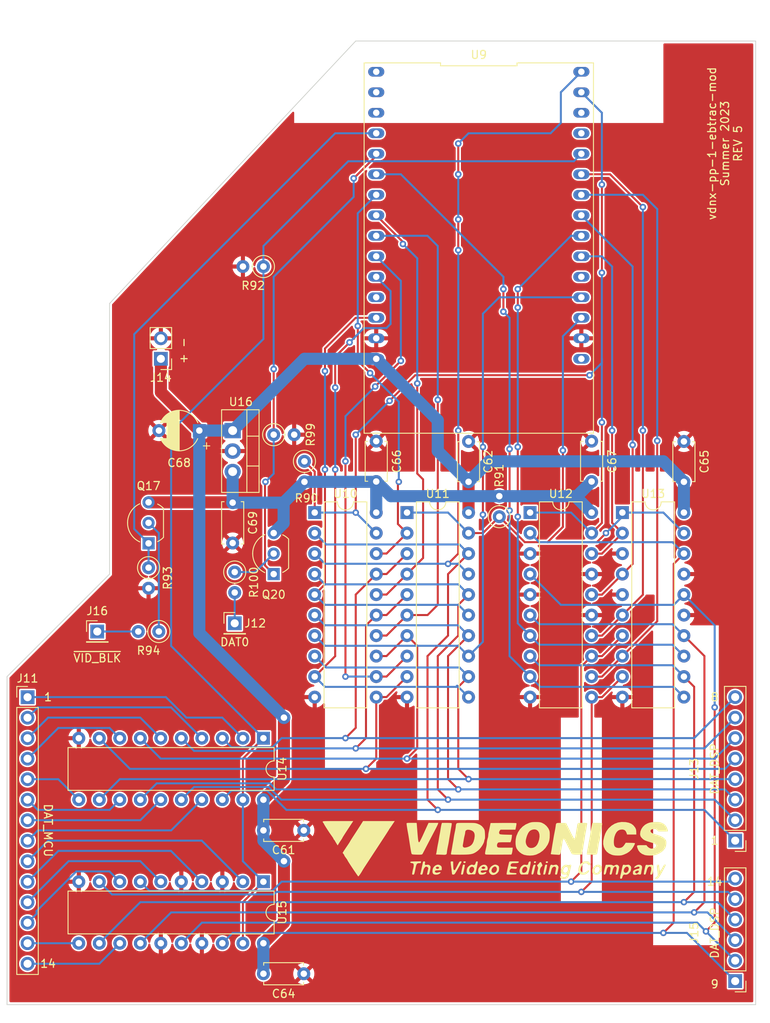
<source format=kicad_pcb>
(kicad_pcb (version 20211014) (generator pcbnew)
  (title_block (rev "5"))
  (layers (0 "F.Cu" signal) (31 "B.Cu" signal) (34 "B.Paste" user) (35 "F.Paste" user) (36 "B.SilkS" user "B.Silkscreen") (37 "F.SilkS" user "F.Silkscreen") (38 "B.Mask" user) (39 "F.Mask" user) (44 "Edge.Cuts" user))
  (net 0 "")
  (net 1 "GND")
  (net 2 "+5V")
  (net 4 "/ESP32/~{VID_BLK}")
  (net 5 "/ESP32/DAT_ESP0")
  (net 6 "/ESP32/DAT_ESP13")
  (net 7 "/ESP32/DAT_ESP1")
  (net 8 "/ESP32/DAT_ESP2")
  (net 9 "/ESP32/DAT_ESP3")
  (net 10 "/ESP32/DAT_ESP4")
  (net 11 "/ESP32/DAT_ESP5")
  (net 12 "/ESP32/DAT_ESP6")
  (net 13 "/ESP32/DAT_ESP7")
  (net 14 "/ESP32/DAT_ESP10")
  (net 15 "/ESP32/DAT_ESP9")
  (net 16 "/ESP32/DAT_ESP14")
  (net 17 "/ESP32/DAT_ESP12")
  (net 18 "/ESP32/DAT_ESP11")
  (net 19 "/ESP32/~{BUF_OE}")
  (net 20 "/ESP32/DAT_ESP8")
  (net 21 "+3.3V")
  (net 22 "Net-(Q20-Pad2)")
  (net 25 "/DAT Bus Buffer/DAT_DSP8")
  (net 26 "/DAT Bus Buffer/DAT_DSP7")
  (net 27 "/DAT Bus Buffer/DAT_DSP6")
  (net 28 "/DAT Bus Buffer/DAT_DSP5")
  (net 29 "/DAT Bus Buffer/DAT_DSP4")
  (net 30 "/DAT Bus Buffer/DAT_DSP3")
  (net 31 "/DAT Bus Buffer/DAT_DSP2")
  (net 32 "/DAT Bus Buffer/DAT_DSP1")
  (net 33 "/ESP32/DAT_DSP0")
  (net 34 "/DAT Bus Buffer/DAT_DSP14")
  (net 35 "/DAT Bus Buffer/DAT_DSP13")
  (net 36 "/DAT Bus Buffer/DAT_DSP12")
  (net 37 "/DAT Bus Buffer/DAT_DSP11")
  (net 38 "/DAT Bus Buffer/DAT_DSP10")
  (net 39 "/DAT Bus Buffer/DAT_DSP9")
  (net 40 "/DAT Bus Buffer/DAT_MCU1")
  (net 41 "/DAT Bus Buffer/DAT_MCU2")
  (net 42 "/DAT Bus Buffer/DAT_MCU3")
  (net 43 "/DAT Bus Buffer/DAT_MCU4")
  (net 44 "/DAT Bus Buffer/DAT_MCU5")
  (net 45 "/DAT Bus Buffer/DAT_MCU6")
  (net 46 "/DAT Bus Buffer/DAT_MCU7")
  (net 47 "/DAT Bus Buffer/DAT_MCU8")
  (net 48 "/DAT Bus Buffer/DAT_MCU9")
  (net 49 "/DAT Bus Buffer/DAT_MCU10")
  (net 50 "/DAT Bus Buffer/DAT_MCU11")
  (net 51 "/DAT Bus Buffer/DAT_MCU12")
  (net 52 "/DAT Bus Buffer/DAT_MCU13")
  (net 53 "/DAT Bus Buffer/DAT_MCU14")
  (net 58 "/ESP32/~{LISTEN}")
  (net 59 "/ESP32/~{HIJACK}")
  (net 61 "/ESP32/ESP_VID_BLK")
  (net 62 "Net-(Q17-Pad2)")
  (footprint "Resistor_THT:R_Axial_DIN0207_L6.3mm_D2.5mm_P2.54mm_Vertical" (layer "F.Cu") (at 74.676 131.289 -90)
    (fp_text reference "R93")
    (fp_text value "10k")
  )
  (footprint "Capacitor_THT:C_Disc_D4.7mm_W2.5mm_P5.00mm" (layer "F.Cu") (at 102.87 120.61 90)
    (fp_text reference "C66")
    (fp_text value "100nF")
  )
  (footprint "Capacitor_THT:C_Disc_D4.7mm_W2.5mm_P5.00mm" (layer "F.Cu") (at 129.54 120.61 90)
    (fp_text reference "C67")
    (fp_text value "100nF")
  )
  (footprint "videonics processor plus - Copy:DIP-30_1000_ELL" (layer "F.Cu") (at 115.57 87.63 -90)
    (fp_text reference "U9")
    (fp_text value "BAEASU_ESP32_DevKit_v1")
  )
  (footprint "Resistor_THT:R_Axial_DIN0207_L6.3mm_D2.5mm_P2.54mm_Vertical" (layer "F.Cu") (at 88.9 93.98 180)
    (fp_text reference "R92")
    (fp_text value "10k")
  )
  (footprint "Capacitor_THT:C_Disc_D4.7mm_W2.5mm_P5.00mm" (layer "F.Cu") (at 88.9 181.59)
    (fp_text reference "C64")
    (fp_text value "100nF")
  )
  (footprint "Capacitor_THT:CP_Radial_D8.0mm_P5.00mm" (layer "F.Cu") (at 80.96 114.3 180)
    (fp_text reference "C68")
    (fp_text value "4.7uF")
  )
  (footprint "Resistor_THT:R_Axial_DIN0207_L6.3mm_D2.5mm_P2.54mm_Vertical" (layer "F.Cu") (at 118.11 124.968 90)
    (fp_text reference "R91")
    (fp_text value "10k")
  )
  (footprint "Resistor_THT:R_Axial_DIN0207_L6.3mm_D2.5mm_P2.54mm_Vertical" (layer "F.Cu") (at 75.946 139.192 180)
    (fp_text reference "R94")
    (fp_text value "220k")
  )
  (footprint "Connector_PinHeader_2.54mm:PinHeader_1x01_P2.54mm_Vertical" (layer "F.Cu") (at 68.326 139.192)
    (fp_text reference "J16")
    (fp_text value "~{VID_BLK}")
  )
  (footprint "Capacitor_THT:C_Disc_D4.7mm_W2.5mm_P5.00mm" (layer "F.Cu") (at 140.97 120.65 90)
    (fp_text reference "C65")
    (fp_text value "100nF")
  )
  (footprint "Package_TO_SOT_THT:TO-92_Inline_Wide" (layer "F.Cu") (at 74.676 128.27 90)
    (fp_text reference "Q17")
    (fp_text value "2N3904")
  )
  (footprint "Connector_PinHeader_2.54mm:PinHeader_1x01_P2.54mm_Vertical" (layer "F.Cu") (at 85.344 138.176)
    (fp_text reference "J12")
    (fp_text value "DAT0")
  )
  (footprint "Package_TO_SOT_THT:TO-92_Inline_Wide" (layer "F.Cu") (at 90.17 132.08 90)
    (fp_text reference "Q20")
    (fp_text value "2N3904")
  )
  (footprint "Capacitor_THT:C_Disc_D5.0mm_W2.5mm_P5.00mm" (layer "F.Cu") (at 85.09 123.23 -90)
    (fp_text reference "C69")
    (fp_text value "1uF")
  )
  (footprint "Resistor_THT:R_Axial_DIN0207_L6.3mm_D2.5mm_P2.54mm_Vertical" (layer "F.Cu") (at 85.344 131.826 -90)
    (fp_text reference "R100")
    (fp_text value "220k")
  )
  (footprint "LOGO" (layer "F.Cu") (at 117.987003 166.105576)
    (fp_text reference "G***" hide)
    (fp_text value "LOGO" hide)
  )
  (footprint "Connector_PinHeader_2.54mm:PinHeader_1x06_P2.54mm_Vertical" (layer "F.Cu") (at 147.32 182.5025 180)
    (fp_text reference "J15")
    (fp_text value "DAT_DSP_9..14")
  )
  (footprint "Package_DIP:DIP-20_W7.62mm" (layer "F.Cu") (at 121.92 124.46)
    (fp_text reference "U12")
    (fp_text value "74LS244")
  )
  (footprint "Capacitor_THT:C_Disc_D4.7mm_W2.5mm_P5.00mm" (layer "F.Cu") (at 88.9 163.83)
    (fp_text reference "C61")
    (fp_text value "100nF")
  )
  (footprint "Resistor_THT:R_Axial_DIN0207_L6.3mm_D2.5mm_P2.54mm_Vertical" (layer "F.Cu") (at 90.17 114.808)
    (fp_text reference "R99")
    (fp_text value "10k")
  )
  (footprint "Package_TO_SOT_THT:TO-220-3_Vertical" (layer "F.Cu") (at 85.09 114.3 -90)
    (fp_text reference "U16")
    (fp_text value "MCP1826S-3302E/AB")
  )
  (footprint "Package_DIP:DIP-20_W7.62mm" (layer "F.Cu") (at 88.895 170.19 -90)
    (fp_text reference "U15")
    (fp_text value "74LS244")
  )
  (footprint "Package_DIP:DIP-20_W7.62mm" (layer "F.Cu") (at 133.35 124.46)
    (fp_text reference "U13")
    (fp_text value "74LS244")
  )
  (footprint "Package_DIP:DIP-20_W7.62mm" (layer "F.Cu") (at 106.68 124.46)
    (fp_text reference "U11")
    (fp_text value "74LS244")
  )
  (footprint "Package_DIP:DIP-20_W7.62mm" (layer "F.Cu") (at 95.25 124.46)
    (fp_text reference "U10")
    (fp_text value "74LS244")
  )
  (footprint "Package_DIP:DIP-20_W7.62mm" (layer "F.Cu") (at 88.895 152.41 -90)
    (fp_text reference "U14")
    (fp_text value "74LS244")
  )
  (footprint "Connector_PinHeader_2.54mm:PinHeader_1x14_P2.54mm_Vertical" (layer "F.Cu") (at 59.69 147.33)
    (fp_text reference "J11")
    (fp_text value "DAT_MCU")
  )
  (footprint "Connector_PinHeader_2.54mm:PinHeader_1x02_P2.54mm_Vertical" (layer "F.Cu") (at 76.2 105.41 180)
    (fp_text reference "J14")
    (fp_text value "+ -")
  )
  (footprint "Resistor_THT:R_Axial_DIN0207_L6.3mm_D2.5mm_P2.54mm_Vertical" (layer "F.Cu") (at 93.98 118.11 -90)
    (fp_text reference "R90")
    (fp_text value "10k")
  )
  (footprint "Connector_PinHeader_2.54mm:PinHeader_1x08_P2.54mm_Vertical" (layer "F.Cu") (at 147.32 165.1 180)
    (fp_text reference "J13")
    (fp_text value "DAT_DSP_1..8")
  )
  (footprint "Capacitor_THT:C_Disc_D4.7mm_W2.5mm_P5.00mm" (layer "F.Cu") (at 114.3 120.65 90)
    (fp_text reference "C62")
    (fp_text value "100nF")
  )
  (gr_line (start 69.85 98.552) (end 100.33 66.04) (layer "Edge.Cuts") (width 0.1))
  (gr_line (start 100.33 66.04) (end 149.86 66.04) (layer "Edge.Cuts") (width 0.1))
  (gr_line (start 57.15 185.42) (end 57.15 144.78) (layer "Edge.Cuts") (width 0.1))
  (gr_line (start 149.86 66.04) (end 149.86 185.42) (layer "Edge.Cuts") (width 0.1))
  (gr_line (start 57.15 144.78) (end 69.85 132.08) (layer "Edge.Cuts") (width 0.1))
  (gr_line (start 69.85 132.08) (end 69.85 98.552) (layer "Edge.Cuts") (width 0.1))
  (gr_line (start 149.86 185.42) (end 57.15 185.42) (layer "Edge.Cuts") (width 0.1))
  (gr_text "vdnx-pp-1-ebtrac-mod\nSummer 2023\nREV ${REVISION}" (at 146.05 78.74 90) (layer "F.SilkS") (effects (font (size 1 1))))
  (gr_text "DAT_DSP" (at 144.78 156.21 90) (layer "F.SilkS") (effects (font (size 1 1))))
  (gr_text "DAT_DSP" (at 144.78 176.53 90) (layer "F.SilkS") (effects (font (size 1 1))))
  (gr_text "1" (at 144.78 165.1) (layer "F.SilkS") (effects (font (size 1 1))))
  (gr_text "1" (at 62.23 147.32) (layer "F.SilkS") (effects (font (size 1 1))))
  (gr_text "14" (at 62.23 180.34) (layer "F.SilkS") (effects (font (size 1 1))))
  (gr_text "DAT_MCU" (at 62.23 163.83 270) (layer "F.SilkS") (effects (font (size 1 1))))
  (gr_text "9" (at 144.78 182.88) (layer "F.SilkS") (effects (font (size 1 1))))
  (gr_text "14" (at 144.78 170.18) (layer "F.SilkS") (effects (font (size 1 1))))
  (gr_text "8" (at 144.78 147.32) (layer "F.SilkS") (effects (font (size 1 1))))
  (segment (start 91.44 175.265) (end 88.895 177.81) (width 1.5) (layer "F.Cu") (net 2))
  (segment (start 91.44 167.64) (end 91.44 175.265) (width 1.5) (layer "F.Cu") (net 2))
  (segment (start 114.3 120.65) (end 114.3 124.46) (width 1.5) (layer "F.Cu") (net 2))
  (segment (start 91.44 149.86) (end 91.44 157.485) (width 1.5) (layer "F.Cu") (net 2))
  (segment (start 76.2 105.41) (end 76.2 109.54) (width 1.5) (layer "F.Cu") (net 2))
  (segment (start 76.2 109.54) (end 80.96 114.3) (width 1.5) (layer "F.Cu") (net 2))
  (segment (start 91.44 157.485) (end 88.895 160.03) (width 1.5) (layer "F.Cu") (net 2))
  (via (at 91.44 149.86) (size 1.6) (drill 0.8) (layers "F.Cu" "B.Cu") (net 2))
  (via (at 91.44 167.64) (size 1.6) (drill 0.8) (layers "F.Cu" "B.Cu") (net 2))
  (segment (start 80.96 114.3) (end 85.09 114.3) (width 1.5) (layer "B.Cu") (net 2))
  (segment (start 80.96 139.38) (end 80.96 114.3) (width 1.5) (layer "B.Cu") (net 2))
  (segment (start 88.9 165.1) (end 91.44 167.64) (width 1.5) (layer "B.Cu") (net 2))
  (segment (start 116.84 118.11) (end 138.43 118.11) (width 1.5) (layer "B.Cu") (net 2))
  (segment (start 114.3 120.65) (end 116.84 118.11) (width 1.5) (layer "B.Cu") (net 2))
  (segment (start 88.895 160.03) (end 88.895 163.825) (width 1.5) (layer "B.Cu") (net 2))
  (segment (start 102.87 105.41) (end 110.49 113.03) (width 1.5) (layer "B.Cu") (net 2))
  (segment (start 88.895 181.585) (end 88.9 181.59) (width 1.5) (layer "B.Cu") (net 2))
  (segment (start 140.97 120.65) (end 140.97 124.46) (width 1.5) (layer "B.Cu") (net 2))
  (segment (start 110.49 116.84) (end 114.3 120.65) (width 1.5) (layer "B.Cu") (net 2))
  (segment (start 88.9 163.83) (end 88.9 165.1) (width 1.5) (layer "B.Cu") (net 2))
  (segment (start 110.49 113.03) (end 110.49 116.84) (width 1.5) (layer "B.Cu") (net 2))
  (segment (start 91.44 149.86) (end 80.96 139.38) (width 1.5) (layer "B.Cu") (net 2))
  (segment (start 138.43 118.11) (end 140.97 120.65) (width 1.5) (layer "B.Cu") (net 2))
  (segment (start 88.895 177.81) (end 88.895 181.585) (width 1.5) (layer "B.Cu") (net 2))
  (segment (start 85.09 114.3) (end 93.98 105.41) (width 1.5) (layer "B.Cu") (net 2))
  (segment (start 88.895 163.825) (end 88.9 163.83) (width 1.5) (layer "B.Cu") (net 2))
  (segment (start 93.98 105.41) (end 102.87 105.41) (width 1.5) (layer "B.Cu") (net 2))
  (segment (start 73.406 139.192) (end 68.326 139.192) (width 0.25) (layer "B.Cu") (net 4))
  (segment (start 89.095 120.709) (end 89.154 120.65) (width 0.25) (layer "F.Cu") (net 5))
  (segment (start 102.87 80.264) (end 102.87 80.01) (width 0.25) (layer "F.Cu") (net 5))
  (segment (start 90.17 114.808) (end 90.17 106.68) (width 0.25) (layer "F.Cu") (net 5))
  (segment (start 100.076 83.058) (end 102.87 80.264) (width 0.25) (layer "F.Cu") (net 5))
  (segment (start 90.17 132.08) (end 89.095 131.005) (width 0.25) (layer "F.Cu") (net 5))
  (segment (start 89.095 131.005) (end 89.095 120.709) (width 0.25) (layer "F.Cu") (net 5))
  (via (at 89.154 120.65) (size 0.8) (drill 0.4) (layers "F.Cu" "B.Cu") (net 5))
  (via (at 90.17 106.68) (size 0.8) (drill 0.4) (layers "F.Cu" "B.Cu") (net 5))
  (via (at 100.076 83.058) (size 0.8) (drill 0.4) (layers "F.Cu" "B.Cu") (net 5))
  (segment (start 90.17 95.25) (end 100.076 85.344) (width 0.25) (layer "B.Cu") (net 5))
  (segment (start 90.17 119.634) (end 90.17 114.808) (width 0.25) (layer "B.Cu") (net 5))
  (segment (start 100.076 85.344) (end 100.076 83.058) (width 0.25) (layer "B.Cu") (net 5))
  (segment (start 90.17 106.68) (end 90.17 95.25) (width 0.25) (layer "B.Cu") (net 5))
  (segment (start 89.154 120.65) (end 90.17 119.634) (width 0.25) (layer "B.Cu") (net 5))
  (segment (start 119.38 124.206) (end 119.38 116.586) (width 0.25) (layer "F.Cu") (net 6))
  (segment (start 118.618 99.568) (end 118.618 96.774) (width 0.25) (layer "F.Cu") (net 6))
  (via (at 118.618 96.774) (size 0.8) (drill 0.4) (layers "F.Cu" "B.Cu") (net 6))
  (via (at 119.38 116.586) (size 0.8) (drill 0.4) (layers "F.Cu" "B.Cu") (net 6))
  (via (at 119.38 124.206) (size 0.8) (drill 0.4) (layers "F.Cu" "B.Cu") (net 6))
  (via (at 118.618 99.568) (size 0.8) (drill 0.4) (layers "F.Cu" "B.Cu") (net 6))
  (segment (start 119.38 142.24) (end 119.38 124.206) (width 0.25) (layer "B.Cu") (net 6))
  (segment (start 121.92 144.78) (end 119.38 142.24) (width 0.25) (layer "B.Cu") (net 6))
  (segment (start 123.195 146.05) (end 139.705 146.05) (width 0.25) (layer "B.Cu") (net 6))
  (segment (start 118.618 95.25) (end 105.918 82.55) (width 0.25) (layer "B.Cu") (net 6))
  (segment (start 121.93 144.785) (end 123.195 146.05) (width 0.25) (layer "B.Cu") (net 6))
  (segment (start 139.705 146.05) (end 140.98 147.325) (width 0.25) (layer "B.Cu") (net 6))
  (segment (start 105.918 82.55) (end 102.87 82.55) (width 0.25) (layer "B.Cu") (net 6))
  (segment (start 118.618 96.774) (end 118.618 95.25) (width 0.25) (layer "B.Cu") (net 6))
  (segment (start 119.38 116.586) (end 119.38 100.33) (width 0.25) (layer "B.Cu") (net 6))
  (segment (start 119.38 100.33) (end 118.618 99.568) (width 0.25) (layer "B.Cu") (net 6))
  (segment (start 102.112653 107.183347) (end 100.584 105.654694) (width 0.25) (layer "F.Cu") (net 7))
  (segment (start 105.555 125.875) (end 105.555 120.759) (width 0.25) (layer "F.Cu") (net 7))
  (segment (start 102.875 129.535) (end 104.145 129.535) (width 0.25) (layer "F.Cu") (net 7))
  (segment (start 100.584 101.346) (end 100.579701 101.341701) (width 0.25) (layer "F.Cu") (net 7))
  (segment (start 100.584 105.654694) (end 100.584 101.346) (width 0.25) (layer "F.Cu") (net 7))
  (segment (start 106.68 127) (end 105.555 125.875) (width 0.25) (layer "F.Cu") (net 7))
  (segment (start 105.555 120.759) (end 105.664 120.65) (width 0.25) (layer "F.Cu") (net 7))
  (segment (start 104.145 129.535) (end 106.685 126.995) (width 0.25) (layer "F.Cu") (net 7))
  (via (at 105.664 120.65) (size 0.8) (drill 0.4) (layers "F.Cu" "B.Cu") (net 7))
  (via (at 102.112653 107.183347) (size 0.8) (drill 0.4) (layers "F.Cu" "B.Cu") (net 7))
  (via (at 100.579701 101.341701) (size 0.8) (drill 0.4) (layers "F.Cu" "B.Cu") (net 7))
  (segment (start 105.664 110.734695) (end 105.664 120.65) (width 0.25) (layer "B.Cu") (net 7))
  (segment (start 102.112653 107.183347) (end 105.664 110.734695) (width 0.25) (layer "B.Cu") (net 7))
  (segment (start 100.579701 101.341701) (end 100.579701 87.380299) (width 0.25) (layer "B.Cu") (net 7))
  (segment (start 100.579701 87.380299) (end 102.87 85.09) (width 0.25) (layer "B.Cu") (net 7))
  (segment (start 106.172 90.932) (end 102.87 87.63) (width 0.25) (layer "F.Cu") (net 8))
  (segment (start 106.172 91.186) (end 106.172 90.932) (width 0.25) (layer "F.Cu") (net 8))
  (segment (start 102.875 134.615) (end 104.145 134.615) (width 0.25) (layer "F.Cu") (net 8))
  (segment (start 108.675 130.085) (end 108.675 120.349695) (width 0.25) (layer "F.Cu") (net 8))
  (segment (start 107.95 119.624695) (end 107.95 108.458) (width 0.25) (layer "F.Cu") (net 8))
  (segment (start 108.675 120.349695) (end 107.95 119.624695) (width 0.25) (layer "F.Cu") (net 8))
  (segment (start 104.145 134.615) (end 106.685 132.075) (width 0.25) (layer "F.Cu") (net 8))
  (segment (start 106.685 132.075) (end 108.675 130.085) (width 0.25) (layer "F.Cu") (net 8))
  (via (at 106.172 91.186) (size 0.8) (drill 0.4) (layers "F.Cu" "B.Cu") (net 8))
  (via (at 107.95 108.458) (size 0.8) (drill 0.4) (layers "F.Cu" "B.Cu") (net 8))
  (segment (start 107.95 92.964) (end 106.172 91.186) (width 0.25) (layer "B.Cu") (net 8))
  (segment (start 107.95 108.458) (end 107.95 92.964) (width 0.25) (layer "B.Cu") (net 8))
  (segment (start 104.145 139.695) (end 106.685 137.155) (width 0.25) (layer "F.Cu") (net 9))
  (segment (start 106.685 137.155) (end 109.225 137.155) (width 0.25) (layer "F.Cu") (net 9))
  (segment (start 102.875 139.695) (end 104.145 139.695) (width 0.25) (layer "F.Cu") (net 9))
  (segment (start 110.49 135.89) (end 110.49 110.49) (width 0.25) (layer "F.Cu") (net 9))
  (segment (start 109.225 137.155) (end 110.49 135.89) (width 0.25) (layer "F.Cu") (net 9))
  (via (at 110.49 110.49) (size 0.8) (drill 0.4) (layers "F.Cu" "B.Cu") (net 9))
  (segment (start 110.49 110.49) (end 110.49 91.44) (width 0.25) (layer "B.Cu") (net 9))
  (segment (start 109.22 90.17) (end 102.87 90.17) (width 0.25) (layer "B.Cu") (net 9))
  (segment (start 110.49 91.44) (end 109.22 90.17) (width 0.25) (layer "B.Cu") (net 9))
  (segment (start 99.06 144.78) (end 99.06 118.11) (width 0.25) (layer "F.Cu") (net 10))
  (segment (start 102.875 144.775) (end 104.145 144.775) (width 0.25) (layer "F.Cu") (net 10))
  (segment (start 104.145 144.775) (end 106.685 142.235) (width 0.25) (layer "F.Cu") (net 10))
  (segment (start 102.743 108.839) (end 105.918 105.664) (width 0.25) (layer "F.Cu") (net 10))
  (via (at 102.743 108.839) (size 0.8) (drill 0.4) (layers "F.Cu" "B.Cu") (net 10))
  (via (at 99.06 118.11) (size 0.8) (drill 0.4) (layers "F.Cu" "B.Cu") (net 10))
  (via (at 99.06 144.78) (size 0.8) (drill 0.4) (layers "F.Cu" "B.Cu") (net 10))
  (via (at 105.918 105.664) (size 0.8) (drill 0.4) (layers "F.Cu" "B.Cu") (net 10))
  (segment (start 99.065 144.775) (end 99.06 144.78) (width 0.25) (layer "B.Cu") (net 10))
  (segment (start 105.918 105.664) (end 105.918 95.758) (width 0.25) (layer "B.Cu") (net 10))
  (segment (start 105.918 95.758) (end 102.87 92.71) (width 0.25) (layer "B.Cu") (net 10))
  (segment (start 99.06 112.522) (end 99.06 118.11) (width 0.25) (layer "B.Cu") (net 10))
  (segment (start 102.743 108.839) (end 99.06 112.522) (width 0.25) (layer "B.Cu") (net 10))
  (segment (start 102.875 144.775) (end 99.065 144.775) (width 0.25) (layer "B.Cu") (net 10))
  (segment (start 95.255 144.775) (end 97.79 142.24) (width 0.25) (layer "F.Cu") (net 11))
  (segment (start 97.79 105.156) (end 99.568 103.378) (width 0.25) (layer "F.Cu") (net 11))
  (segment (start 97.79 108.966) (end 97.79 105.156) (width 0.25) (layer "F.Cu") (net 11))
  (segment (start 97.79 142.24) (end 97.79 119.126) (width 0.25) (layer "F.Cu") (net 11))
  (via (at 97.79 108.966) (size 0.8) (drill 0.4) (layers "F.Cu" "B.Cu") (net 11))
  (via (at 97.79 119.126) (size 0.8) (drill 0.4) (layers "F.Cu" "B.Cu") (net 11))
  (via (at 99.568 103.378) (size 0.8) (drill 0.4) (layers "F.Cu" "B.Cu") (net 11))
  (segment (start 96.53 146.05) (end 112.74 146.05) (width 0.25) (layer "B.Cu") (net 11))
  (segment (start 104.648 97.028) (end 102.87 95.25) (width 0.25) (layer "B.Cu") (net 11))
  (segment (start 112.74 146.05) (end 112.89 145.9) (width 0.25) (layer "B.Cu") (net 11))
  (segment (start 112.776 146.05) (end 113.03 146.05) (width 0.25) (layer "B.Cu") (net 11))
  (segment (start 104.648 101.092) (end 104.648 97.028) (width 0.25) (layer "B.Cu") (net 11))
  (segment (start 101.346 101.6) (end 104.14 101.6) (width 0.25) (layer "B.Cu") (net 11))
  (segment (start 95.255 144.775) (end 96.53 146.05) (width 0.25) (layer "B.Cu") (net 11))
  (segment (start 99.568 103.378) (end 101.346 101.6) (width 0.25) (layer "B.Cu") (net 11))
  (segment (start 104.14 101.6) (end 104.648 101.092) (width 0.25) (layer "B.Cu") (net 11))
  (segment (start 113.03 146.05) (end 114.3 147.32) (width 0.25) (layer "B.Cu") (net 11))
  (segment (start 97.79 119.126) (end 97.79 108.966) (width 0.25) (layer "B.Cu") (net 11))
  (segment (start 116.078 124.714) (end 116.078 116.332) (width 0.25) (layer "F.Cu") (net 12))
  (via (at 116.078 124.714) (size 0.8) (drill 0.4) (layers "F.Cu" "B.Cu") (net 12))
  (via (at 116.078 116.332) (size 0.8) (drill 0.4) (layers "F.Cu" "B.Cu") (net 12))
  (segment (start 114.3 142.24) (end 116.078 140.462) (width 0.25) (layer "B.Cu") (net 12))
  (segment (start 113.03 140.96) (end 114.305 142.235) (width 0.25) (layer "B.Cu") (net 12))
  (segment (start 116.078 140.462) (end 116.078 124.714) (width 0.25) (layer "B.Cu") (net 12))
  (segment (start 95.255 139.695) (end 96.52 140.96) (width 0.25) (layer "B.Cu") (net 12))
  (segment (start 118.11 97.79) (end 128.27 97.79) (width 0.25) (layer "B.Cu") (net 12))
  (segment (start 116.078 99.822) (end 118.11 97.79) (width 0.25) (layer "B.Cu") (net 12))
  (segment (start 116.078 116.332) (end 116.078 99.822) (width 0.25) (layer "B.Cu") (net 12))
  (segment (start 96.52 140.96) (end 113.03 140.96) (width 0.25) (layer "B.Cu") (net 12))
  (segment (start 96.52 104.14) (end 100.33 100.33) (width 0.25) (layer "F.Cu") (net 13))
  (segment (start 100.33 100.33) (end 102.87 100.33) (width 0.25) (layer "F.Cu") (net 13))
  (segment (start 96.52 106.934) (end 96.52 104.14) (width 0.25) (layer "F.Cu") (net 13))
  (segment (start 96.52 133.35) (end 96.52 119.126) (width 0.25) (layer "F.Cu") (net 13))
  (segment (start 95.255 134.615) (end 96.52 133.35) (width 0.25) (layer "F.Cu") (net 13))
  (via (at 96.52 119.126) (size 0.8) (drill 0.4) (layers "F.Cu" "B.Cu") (net 13))
  (via (at 96.52 106.934) (size 0.8) (drill 0.4) (layers "F.Cu" "B.Cu") (net 13))
  (segment (start 95.255 134.615) (end 96.53 135.89) (width 0.25) (layer "B.Cu") (net 13))
  (segment (start 113.04 135.89) (end 114.305 137.155) (width 0.25) (layer "B.Cu") (net 13))
  (segment (start 96.52 119.126) (end 96.52 106.934) (width 0.25) (layer "B.Cu") (net 13))
  (segment (start 96.53 135.89) (end 113.04 135.89) (width 0.25) (layer "B.Cu") (net 13))
  (segment (start 133.36 132.085) (end 134.62 130.825) (width 0.25) (layer "F.Cu") (net 14))
  (segment (start 129.55 134.625) (end 130.82 134.625) (width 0.25) (layer "F.Cu") (net 14))
  (segment (start 134.62 130.825) (end 134.62 116.078) (width 0.25) (layer "F.Cu") (net 14))
  (segment (start 130.82 134.625) (end 133.36 132.085) (width 0.25) (layer "F.Cu") (net 14))
  (via (at 134.62 116.078) (size 0.8) (drill 0.4) (layers "F.Cu" "B.Cu") (net 14))
  (segment (start 134.62 116.078) (end 134.62 93.98) (width 0.25) (layer "B.Cu") (net 14))
  (segment (start 134.62 93.98) (end 128.27 87.63) (width 0.25) (layer "B.Cu") (net 14))
  (segment (start 132.08 114.3) (end 132.08 125.725) (width 0.25) (layer "F.Cu") (net 15))
  (segment (start 130.82 129.545) (end 133.36 127.005) (width 0.25) (layer "F.Cu") (net 15))
  (segment (start 129.55 129.545) (end 130.82 129.545) (width 0.25) (layer "F.Cu") (net 15))
  (segment (start 133.36 127.005) (end 132.08 125.725) (width 0.25) (layer "F.Cu") (net 15))
  (via (at 132.08 114.3) (size 0.8) (drill 0.4) (layers "F.Cu" "B.Cu") (net 15))
  (segment (start 132.08 93.98) (end 130.81 92.71) (width 0.25) (layer "B.Cu") (net 15))
  (segment (start 130.81 92.71) (end 128.27 92.71) (width 0.25) (layer "B.Cu") (net 15))
  (segment (start 132.08 93.98) (end 132.08 114.3) (width 0.25) (layer "B.Cu") (net 15))
  (segment (start 120.396 124.968) (end 120.396 116.332) (width 0.25) (layer "F.Cu") (net 16))
  (segment (start 120.396 99.06) (end 120.396 96.774) (width 0.25) (layer "F.Cu") (net 16))
  (via (at 120.396 124.968) (size 0.8) (drill 0.4) (layers "F.Cu" "B.Cu") (net 16))
  (via (at 120.396 99.06) (size 0.8) (drill 0.4) (layers "F.Cu" "B.Cu") (net 16))
  (via (at 120.396 116.332) (size 0.8) (drill 0.4) (layers "F.Cu" "B.Cu") (net 16))
  (via (at 120.396 96.774) (size 0.8) (drill 0.4) (layers "F.Cu" "B.Cu") (net 16))
  (segment (start 120.396 116.332) (end 120.396 99.06) (width 0.25) (layer "B.Cu") (net 16))
  (segment (start 121.93 139.705) (end 123.055 140.83) (width 0.25) (layer "B.Cu") (net 16))
  (segment (start 120.396 138.176) (end 120.396 124.968) (width 0.25) (layer "B.Cu") (net 16))
  (segment (start 123.055 140.83) (end 139.565 140.83) (width 0.25) (layer "B.Cu") (net 16))
  (segment (start 121.92 139.7) (end 120.396 138.176) (width 0.25) (layer "B.Cu") (net 16))
  (segment (start 120.396 96.774) (end 127 90.17) (width 0.25) (layer "B.Cu") (net 16))
  (segment (start 139.565 140.83) (end 140.98 142.245) (width 0.25) (layer "B.Cu") (net 16))
  (segment (start 127 90.17) (end 128.27 90.17) (width 0.25) (layer "B.Cu") (net 16))
  (segment (start 130.82 144.785) (end 133.36 142.245) (width 0.25) (layer "F.Cu") (net 17))
  (segment (start 133.35 142.24) (end 137.668 137.922) (width 0.25) (layer "F.Cu") (net 17))
  (segment (start 129.55 144.785) (end 130.82 144.785) (width 0.25) (layer "F.Cu") (net 17))
  (segment (start 137.668 137.922) (end 137.668 115.57) (width 0.25) (layer "F.Cu") (net 17))
  (via (at 137.668 115.57) (size 0.8) (drill 0.4) (layers "F.Cu" "B.Cu") (net 17))
  (segment (start 135.89 85.09) (end 128.27 85.09) (width 0.25) (layer "B.Cu") (net 17))
  (segment (start 137.668 115.57) (end 137.668 86.868) (width 0.25) (layer "B.Cu") (net 17))
  (segment (start 135.89 85.09) (end 137.668 86.868) (width 0.25) (layer "B.Cu") (net 17))
  (segment (start 135.89 86.614) (end 131.826 82.55) (width 0.25) (layer "F.Cu") (net 18))
  (segment (start 129.55 139.705) (end 130.82 139.705) (width 0.25) (layer "F.Cu") (net 18))
  (segment (start 130.82 139.705) (end 135.89 134.635) (width 0.25) (layer "F.Cu") (net 18))
  (segment (start 131.826 82.55) (end 128.27 82.55) (width 0.25) (layer "F.Cu") (net 18))
  (segment (start 135.89 134.635) (end 135.89 114.3) (width 0.25) (layer "F.Cu") (net 18))
  (via (at 135.89 114.3) (size 0.8) (drill 0.4) (layers "F.Cu" "B.Cu") (net 18))
  (via (at 135.89 86.614) (size 0.8) (drill 0.4) (layers "F.Cu" "B.Cu") (net 18))
  (segment (start 135.89 86.614) (end 135.89 114.3) (width 0.25) (layer "B.Cu") (net 18))
  (segment (start 88.895 152.41) (end 88.89 152.41) (width 0.25) (layer "F.Cu") (net 19))
  (segment (start 88.895 170.19) (end 86.355 172.73) (width 0.25) (layer "F.Cu") (net 19))
  (segment (start 86.355 154.945) (end 86.355 160.03) (width 0.25) (layer "F.Cu") (net 19))
  (segment (start 86.355 172.73) (end 86.355 177.81) (width 0.25) (layer "F.Cu") (net 19))
  (segment (start 88.89 152.41) (end 86.355 154.945) (width 0.25) (layer "F.Cu") (net 19))
  (segment (start 88.9 93.98) (end 88.9 102.950991) (width 0.25) (layer "B.Cu") (net 19))
  (segment (start 128.27 80.01) (end 127.345 80.935) (width 0.25) (layer "B.Cu") (net 19))
  (segment (start 88.9 91.44) (end 88.9 93.98) (width 0.25) (layer "B.Cu") (net 19))
  (segment (start 77.47 140.985) (end 88.895 152.41) (width 0.25) (layer "B.Cu") (net 19))
  (segment (start 86.355 160.03) (end 86.355 167.65) (width 0.25) (layer "B.Cu") (net 19))
  (segment (start 127.345 80.935) (end 99.405 80.935) (width 0.25) (layer "B.Cu") (net 19))
  (segment (start 99.405 80.935) (end 88.9 91.44) (width 0.25) (layer "B.Cu") (net 19))
  (segment (start 88.9 102.950991) (end 77.47 114.380991) (width 0.25) (layer "B.Cu") (net 19))
  (segment (start 77.47 114.380991) (end 77.47 140.985) (width 0.25) (layer "B.Cu") (net 19))
  (segment (start 86.355 167.65) (end 88.895 170.19) (width 0.25) (layer "B.Cu") (net 19))
  (segment (start 113.03 82.55) (end 113.03 78.74) (width 0.25) (layer "F.Cu") (net 20))
  (segment (start 113.03 91.948) (end 113.03 88.138) (width 0.25) (layer "F.Cu") (net 20))
  (segment (start 113.03 129.54) (end 113.03 114.3) (width 0.25) (layer "F.Cu") (net 20))
  (segment (start 113.03 129.54) (end 111.76 130.81) (width 0.25) (layer "F.Cu") (net 20))
  (via (at 113.03 91.948) (size 0.8) (drill 0.4) (layers "F.Cu" "B.Cu") (net 20))
  (via (at 113.03 82.55) (size 0.8) (drill 0.4) (layers "F.Cu" "B.Cu") (net 20))
  (via (at 111.76 130.81) (size 0.8) (drill 0.4) (layers "F.Cu" "B.Cu") (net 20))
  (via (at 113.03 88.138) (size 0.8) (drill 0.4) (layers "F.Cu" "B.Cu") (net 20))
  (via (at 113.03 114.3) (size 0.8) (drill 0.4) (layers "F.Cu" "B.Cu") (net 20))
  (via (at 113.03 78.74) (size 0.8) (drill 0.4) (layers "F.Cu" "B.Cu") (net 20))
  (segment (start 114.3 77.47) (end 124.46 77.47) (width 0.25) (layer "B.Cu") (net 20))
  (segment (start 96.52 130.8) (end 95.255 129.535) (width 0.25) (layer "B.Cu") (net 20))
  (segment (start 124.46 77.47) (end 125.73 76.2) (width 0.25) (layer "B.Cu") (net 20))
  (segment (start 113.03 78.74) (end 114.3 77.47) (width 0.25) (layer "B.Cu") (net 20))
  (segment (start 114.305 132.075) (end 113.03 130.8) (width 0.25) (layer "B.Cu") (net 20))
  (segment (start 125.73 72.39) (end 128.27 69.85) (width 0.25) (layer "B.Cu") (net 20))
  (segment (start 113.03 114.3) (end 113.03 91.948) (width 0.25) (layer "B.Cu") (net 20))
  (segment (start 113.03 88.138) (end 113.03 82.55) (width 0.25) (layer "B.Cu") (net 20))
  (segment (start 113.03 130.8) (end 96.52 130.8) (width 0.25) (layer "B.Cu") (net 20))
  (segment (start 125.73 76.2) (end 125.73 72.39) (width 0.25) (layer "B.Cu") (net 20))
  (segment (start 74.676 123.19) (end 85.05 123.19) (width 1.5) (layer "F.Cu") (net 21))
  (segment (start 85.05 123.19) (end 85.09 123.23) (width 1.5) (layer "F.Cu") (net 21))
  (segment (start 102.83 120.65) (end 102.87 120.61) (width 1.5) (layer "B.Cu") (net 21))
  (segment (start 127.75 122.4) (end 129.54 120.61) (width 1.5) (layer "B.Cu") (net 21))
  (segment (start 91.4 125.77) (end 91.4 123.23) (width 1.5) (layer "B.Cu") (net 21))
  (segment (start 85.09 119.38) (end 85.09 123.23) (width 1.5) (layer "B.Cu") (net 21))
  (segment (start 102.87 120.61) (end 104.688 122.428) (width 1.5) (layer "B.Cu") (net 21))
  (segment (start 118.11 122.428) (end 127.722 122.428) (width 1.5) (layer "B.Cu") (net 21))
  (segment (start 127.75 122.67) (end 129.54 124.46) (width 1.5) (layer "B.Cu") (net 21))
  (segment (start 90.17 127) (end 91.4 125.77) (width 1.5) (layer "B.Cu") (net 21))
  (segment (start 91.4 123.23) (end 93.98 120.65) (width 1.5) (layer "B.Cu") (net 21))
  (segment (start 93.98 120.65) (end 102.83 120.65) (width 1.5) (layer "B.Cu") (net 21))
  (segment (start 104.688 122.428) (end 118.11 122.428) (width 1.5) (layer "B.Cu") (net 21))
  (segment (start 85.09 123.23) (end 91.4 123.23) (width 1.5) (layer "B.Cu") (net 21))
  (segment (start 127.722 122.428) (end 127.75 122.4) (width 1.5) (layer "B.Cu") (net 21))
  (segment (start 102.87 124.46) (end 102.87 120.61) (width 1.5) (layer "B.Cu") (net 21))
  (segment (start 127.75 122.4) (end 127.75 122.67) (width 1.5) (layer "B.Cu") (net 21))
  (segment (start 87.884 131.826) (end 90.17 129.54) (width 0.25) (layer "B.Cu") (net 22))
  (segment (start 85.344 131.826) (end 87.884 131.826) (width 0.25) (layer "B.Cu") (net 22))
  (segment (start 102.875 132.075) (end 104.145 132.075) (width 0.25) (layer "F.Cu") (net 25))
  (segment (start 100.33 151.13) (end 99.06 152.4) (width 0.25) (layer "F.Cu") (net 25))
  (segment (start 102.875 132.075) (end 100.33 134.62) (width 0.25) (layer "F.Cu") (net 25))
  (segment (start 104.145 132.075) (end 106.685 129.535) (width 0.25) (layer "F.Cu") (net 25))
  (segment (start 100.33 134.62) (end 100.33 151.13) (width 0.25) (layer "F.Cu") (net 25))
  (via (at 99.06 152.4) (size 0.8) (drill 0.4) (layers "F.Cu" "B.Cu") (net 25))
  (segment (start 99.06 152.4) (end 142.24 152.4) (width 0.25) (layer "B.Cu") (net 25))
  (segment (start 91.155 152.4) (end 99.06 152.4) (width 0.25) (layer "B.Cu") (net 25))
  (segment (start 83.815 152.41) (end 84.94 153.535) (width 0.25) (layer "B.Cu") (net 25))
  (segment (start 142.24 152.4) (end 147.32 147.32) (width 0.25) (layer "B.Cu") (net 25))
  (segment (start 84.94 153.535) (end 90.02 153.535) (width 0.25) (layer "B.Cu") (net 25))
  (segment (start 90.02 153.535) (end 91.155 152.4) (width 0.25) (layer "B.Cu") (net 25))
  (segment (start 102.875 137.155) (end 104.145 137.155) (width 0.25) (layer "F.Cu") (net 26))
  (segment (start 104.145 137.155) (end 106.685 134.615) (width 0.25) (layer "F.Cu") (net 26))
  (segment (start 101.6 138.43) (end 101.6 152.4) (width 0.25) (layer "F.Cu") (net 26))
  (segment (start 101.6 152.4) (end 100.33 153.67) (width 0.25) (layer "F.Cu") (net 26))
  (segment (start 102.875 137.155) (end 101.6 138.43) (width 0.25) (layer "F.Cu") (net 26))
  (via (at 100.33 153.67) (size 0.8) (drill 0.4) (layers "F.Cu" "B.Cu") (net 26))
  (segment (start 90.206396 153.985) (end 90.521396 153.67) (width 0.25) (layer "B.Cu") (net 26))
  (segment (start 78.735 152.41) (end 80.31 153.985) (width 0.25) (layer "B.Cu") (net 26))
  (segment (start 100.33 153.67) (end 143.51 153.67) (width 0.25) (layer "B.Cu") (net 26))
  (segment (start 80.31 153.985) (end 90.206396 153.985) (width 0.25) (layer "B.Cu") (net 26))
  (segment (start 143.51 153.67) (end 147.32 149.86) (width 0.25) (layer "B.Cu") (net 26))
  (segment (start 90.521396 153.67) (end 100.33 153.67) (width 0.25) (layer "B.Cu") (net 26))
  (segment (start 106.685 139.695) (end 107.95 140.96) (width 0.25) (layer "F.Cu") (net 27))
  (segment (start 102.875 142.235) (end 104.145 142.235) (width 0.25) (layer "F.Cu") (net 27))
  (segment (start 107.95 140.96) (end 107.95 153.67) (width 0.25) (layer "F.Cu") (net 27))
  (segment (start 104.145 142.235) (end 106.685 139.695) (width 0.25) (layer "F.Cu") (net 27))
  (segment (start 107.95 153.67) (end 106.68 154.94) (width 0.25) (layer "F.Cu") (net 27))
  (via (at 106.68 154.94) (size 0.8) (drill 0.4) (layers "F.Cu" "B.Cu") (net 27))
  (segment (start 144.78 154.94) (end 147.32 152.4) (width 0.25) (layer "B.Cu") (net 27))
  (segment (start 76.185 154.94) (end 144.78 154.94) (width 0.25) (layer "B.Cu") (net 27))
  (segment (start 73.655 152.41) (end 76.185 154.94) (width 0.25) (layer "B.Cu") (net 27))
  (segment (start 102.875 154.935) (end 102.875 147.315) (width 0.25) (layer "F.Cu") (net 28))
  (segment (start 102.875 147.315) (end 104.145 147.315) (width 0.25) (layer "F.Cu") (net 28))
  (segment (start 101.6 156.21) (end 102.875 154.935) (width 0.25) (layer "F.Cu") (net 28))
  (segment (start 104.145 147.315) (end 106.685 144.775) (width 0.25) (layer "F.Cu") (net 28))
  (via (at 101.6 156.21) (size 0.8) (drill 0.4) (layers "F.Cu" "B.Cu") (net 28))
  (segment (start 72.375 156.21) (end 68.575 152.41) (width 0.25) (layer "B.Cu") (net 28))
  (segment (start 101.6 156.21) (end 72.375 156.21) (width 0.25) (layer "B.Cu") (net 28))
  (segment (start 146.05 156.21) (end 147.32 154.94) (width 0.25) (layer "B.Cu") (net 28))
  (segment (start 101.6 156.21) (end 146.05 156.21) (width 0.25) (layer "B.Cu") (net 28))
  (segment (start 114.3 157.48) (end 113.03 156.21) (width 0.25) (layer "F.Cu") (net 29))
  (segment (start 113.03 156.21) (end 113.03 146.05) (width 0.25) (layer "F.Cu") (net 29))
  (segment (start 113.03 146.05) (end 114.305 144.775) (width 0.25) (layer "F.Cu") (net 29))
  (via (at 114.3 157.48) (size 0.8) (drill 0.4) (layers "F.Cu" "B.Cu") (net 29))
  (segment (start 71.125 157.48) (end 68.575 160.03) (width 0.25) (layer "B.Cu") (net 29))
  (segment (start 95.255 142.235) (end 96.67 143.65) (width 0.25) (layer "B.Cu") (net 29))
  (segment (start 113.18 143.65) (end 114.305 144.775) (width 0.25) (layer "B.Cu") (net 29))
  (segment (start 147.32 157.48) (end 114.3 157.48) (width 0.25) (layer "B.Cu") (net 29))
  (segment (start 96.67 143.65) (end 113.18 143.65) (width 0.25) (layer "B.Cu") (net 29))
  (segment (start 114.3 157.48) (end 71.125 157.48) (width 0.25) (layer "B.Cu") (net 29))
  (segment (start 111.76 142.24) (end 114.305 139.695) (width 0.25) (layer "F.Cu") (net 30))
  (segment (start 111.76 157.48) (end 111.76 142.24) (width 0.25) (layer "F.Cu") (net 30))
  (segment (start 113.03 158.75) (end 111.76 157.48) (width 0.25) (layer "F.Cu") (net 30))
  (via (at 113.03 158.75) (size 0.8) (drill 0.4) (layers "F.Cu" "B.Cu") (net 30))
  (segment (start 96.52 138.42) (end 95.255 137.155) (width 0.25) (layer "B.Cu") (net 30))
  (segment (start 113.03 158.75) (end 146.05 158.75) (width 0.25) (layer "B.Cu") (net 30))
  (segment (start 89.733783 158.005) (end 75.68 158.005) (width 0.25) (layer "B.Cu") (net 30))
  (segment (start 75.68 158.005) (end 73.655 160.03) (width 0.25) (layer "B.Cu") (net 30))
  (segment (start 113.03 138.42) (end 96.52 138.42) (width 0.25) (layer "B.Cu") (net 30))
  (segment (start 90.478783 158.75) (end 89.733783 158.005) (width 0.25) (layer "B.Cu") (net 30))
  (segment (start 146.05 158.75) (end 147.32 160.02) (width 0.25) (layer "B.Cu") (net 30))
  (segment (start 113.03 158.75) (end 90.478783 158.75) (width 0.25) (layer "B.Cu") (net 30))
  (segment (start 114.305 139.695) (end 113.03 138.42) (width 0.25) (layer "B.Cu") (net 30))
  (segment (start 110.49 142.24) (end 113.03 139.7) (width 0.25) (layer "F.Cu") (net 31))
  (segment (start 113.03 135.89) (end 114.305 134.615) (width 0.25) (layer "F.Cu") (net 31))
  (segment (start 111.76 160.02) (end 110.49 158.75) (width 0.25) (layer "F.Cu") (net 31))
  (segment (start 110.49 158.75) (end 110.49 142.24) (width 0.25) (layer "F.Cu") (net 31))
  (segment (start 113.03 139.7) (end 113.03 135.89) (width 0.25) (layer "F.Cu") (net 31))
  (via (at 111.76 160.02) (size 0.8) (drill 0.4) (layers "F.Cu" "B.Cu") (net 31))
  (segment (start 91.112387 160.02) (end 89.547387 158.455) (width 0.25) (layer "B.Cu") (net 31))
  (segment (start 96.53 133.35) (end 113.04 133.35) (width 0.25) (layer "B.Cu") (net 31))
  (segment (start 144.78 160.02) (end 147.32 162.56) (width 0.25) (layer "B.Cu") (net 31))
  (segment (start 113.04 133.35) (end 114.305 134.615) (width 0.25) (layer "B.Cu") (net 31))
  (segment (start 111.76 160.02) (end 91.112387 160.02) (width 0.25) (layer "B.Cu") (net 31))
  (segment (start 95.255 132.075) (end 96.53 133.35) (width 0.25) (layer "B.Cu") (net 31))
  (segment (start 89.547387 158.455) (end 80.31 158.455) (width 0.25) (layer "B.Cu") (net 31))
  (segment (start 80.31 158.455) (end 78.735 160.03) (width 0.25) (layer "B.Cu") (net 31))
  (segment (start 111.76 160.02) (end 144.78 160.02) (width 0.25) (layer "B.Cu") (net 31))
  (segment (start 114.305 129.535) (end 111.76 132.08) (width 0.25) (layer "F.Cu") (net 32))
  (segment (start 109.22 160.02) (end 110.49 161.29) (width 0.25) (layer "F.Cu") (net 32))
  (segment (start 111.76 139.7) (end 109.22 142.24) (width 0.25) (layer "F.Cu") (net 32))
  (segment (start 111.76 132.08) (end 111.76 139.7) (width 0.25) (layer "F.Cu") (net 32))
  (segment (start 109.22 142.24) (end 109.22 160.02) (width 0.25) (layer "F.Cu") (net 32))
  (via (at 110.49 161.29) (size 0.8) (drill 0.4) (layers "F.Cu" "B.Cu") (net 32))
  (segment (start 96.67 128.41) (end 113.18 128.41) (width 0.25) (layer "B.Cu") (net 32))
  (segment (start 89.360991 158.905) (end 91.745991 161.29) (width 0.25) (layer "B.Cu") (net 32))
  (segment (start 83.815 160.03) (end 84.94 158.905) (width 0.25) (layer "B.Cu") (net 32))
  (segment (start 143.51 161.29) (end 147.32 165.1) (width 0.25) (layer "B.Cu") (net 32))
  (segment (start 91.745991 161.29) (end 110.49 161.29) (width 0.25) (layer "B.Cu") (net 32))
  (segment (start 84.94 158.905) (end 89.360991 158.905) (width 0.25) (layer "B.Cu") (net 32))
  (segment (start 95.255 126.995) (end 96.67 128.41) (width 0.25) (layer "B.Cu") (net 32))
  (segment (start 110.49 161.29) (end 143.51 161.29) (width 0.25) (layer "B.Cu") (net 32))
  (segment (start 113.18 128.41) (end 114.305 129.535) (width 0.25) (layer "B.Cu") (net 32))
  (segment (start 85.344 134.366) (end 85.344 138.176) (width 0.25) (layer "B.Cu") (net 33))
  (segment (start 130.82 142.245) (end 133.36 139.705) (width 0.25) (layer "F.Cu") (net 34))
  (segment (start 127 170.18) (end 128.27 168.91) (width 0.25) (layer "F.Cu") (net 34))
  (segment (start 128.27 143.525) (end 129.55 142.245) (width 0.25) (layer "F.Cu") (net 34))
  (segment (start 128.27 168.91) (end 128.27 143.525) (width 0.25) (layer "F.Cu") (net 34))
  (segment (start 129.55 142.245) (end 130.82 142.245) (width 0.25) (layer "F.Cu") (net 34))
  (via (at 127 170.18) (size 0.8) (drill 0.4) (layers "F.Cu" "B.Cu") (net 34))
  (segment (start 146.9425 170.18) (end 147.32 169.8025) (width 0.25) (layer "B.Cu") (net 34))
  (segment (start 90.02 171.315) (end 74.78 171.315) (width 0.25) (layer "B.Cu") (net 34))
  (segment (start 127 170.18) (end 91.155 170.18) (width 0.25) (layer "B.Cu") (net 34))
  (segment (start 91.155 170.18) (end 90.02 171.315) (width 0.25) (layer "B.Cu") (net 34))
  (segment (start 127 170.18) (end 146.9425 170.18) (width 0.25) (layer "B.Cu") (net 34))
  (segment (start 74.78 171.315) (end 73.655 170.19) (width 0.25) (layer "B.Cu") (net 34))
  (segment (start 130.82 147.325) (end 133.36 144.785) (width 0.25) (layer "F.Cu") (net 35))
  (segment (start 129.55 147.325) (end 130.82 147.325) (width 0.25) (layer "F.Cu") (net 35))
  (segment (start 129.55 170.17) (end 129.55 147.325) (width 0.25) (layer "F.Cu") (net 35))
  (segment (start 128.27 171.45) (end 129.55 170.17) (width 0.25) (layer "F.Cu") (net 35))
  (via (at 128.27 171.45) (size 0.8) (drill 0.4) (layers "F.Cu" "B.Cu") (net 35))
  (segment (start 128.27 171.45) (end 90.521396 171.45) (width 0.25) (layer "B.Cu") (net 35))
  (segment (start 90.206396 171.765) (end 70.15 171.765) (width 0.25) (layer "B.Cu") (net 35))
  (segment (start 128.27 171.45) (end 146.4275 171.45) (width 0.25) (layer "B.Cu") (net 35))
  (segment (start 70.15 171.765) (end 68.575 170.19) (width 0.25) (layer "B.Cu") (net 35))
  (segment (start 146.4275 171.45) (end 147.32 172.3425) (width 0.25) (layer "B.Cu") (net 35))
  (segment (start 90.521396 171.45) (end 90.206396 171.765) (width 0.25) (layer "B.Cu") (net 35))
  (segment (start 140.97 172.72) (end 142.24 171.45) (width 0.25) (layer "F.Cu") (net 36))
  (segment (start 142.24 146.045) (end 140.98 144.785) (width 0.25) (layer "F.Cu") (net 36))
  (segment (start 142.24 171.45) (end 142.24 146.045) (width 0.25) (layer "F.Cu") (net 36))
  (via (at 140.97 172.72) (size 0.8) (drill 0.4) (layers "F.Cu" "B.Cu") (net 36))
  (segment (start 123.055 143.37) (end 139.565 143.37) (width 0.25) (layer "B.Cu") (net 36))
  (segment (start 73.665 172.72) (end 68.575 177.81) (width 0.25) (layer "B.Cu") (net 36))
  (segment (start 145.1575 172.72) (end 147.32 174.8825) (width 0.25) (layer "B.Cu") (net 36))
  (segment (start 139.565 143.37) (end 140.98 144.785) (width 0.25) (layer "B.Cu") (net 36))
  (segment (start 140.97 172.72) (end 145.1575 172.72) (width 0.25) (layer "B.Cu") (net 36))
  (segment (start 121.93 142.245) (end 123.055 143.37) (width 0.25) (layer "B.Cu") (net 36))
  (segment (start 140.97 172.72) (end 73.665 172.72) (width 0.25) (layer "B.Cu") (net 36))
  (segment (start 143.51 172.72) (end 143.51 142.235) (width 0.25) (layer "F.Cu") (net 37))
  (segment (start 143.51 142.235) (end 140.98 139.705) (width 0.25) (layer "F.Cu") (net 37))
  (segment (start 142.24 173.99) (end 143.51 172.72) (width 0.25) (layer "F.Cu") (net 37))
  (via (at 142.24 173.99) (size 0.8) (drill 0.4) (layers "F.Cu" "B.Cu") (net 37))
  (segment (start 142.24 173.99) (end 77.475 173.99) (width 0.25) (layer "B.Cu") (net 37))
  (segment (start 121.93 137.165) (end 123.055 138.29) (width 0.25) (layer "B.Cu") (net 37))
  (segment (start 123.055 138.29) (end 139.565 138.29) (width 0.25) (layer "B.Cu") (net 37))
  (segment (start 143.8875 173.99) (end 142.24 173.99) (width 0.25) (layer "B.Cu") (net 37))
  (segment (start 77.475 173.99) (end 73.655 177.81) (width 0.25) (layer "B.Cu") (net 37))
  (segment (start 139.565 138.29) (end 140.98 139.705) (width 0.25) (layer "B.Cu") (net 37))
  (segment (start 143.8875 173.99) (end 147.32 177.4225) (width 0.25) (layer "B.Cu") (net 37))
  (segment (start 143.69875 176.34125) (end 144.78 175.26) (width 0.25) (layer "F.Cu") (net 38))
  (segment (start 144.78 148.59) (end 144.78 175.26) (width 0.25) (layer "F.Cu") (net 38))
  (via (at 144.78 148.59) (size 0.8) (drill 0.4) (layers "F.Cu" "B.Cu") (net 38))
  (via (at 143.69875 176.34125) (size 0.8) (drill 0.4) (layers "F.Cu" "B.Cu") (net 38))
  (segment (start 139.715 135.89) (end 140.98 134.625) (width 0.25) (layer "B.Cu") (net 38))
  (segment (start 144.78 138.43) (end 140.97 134.62) (width 0.25) (layer "B.Cu") (net 38))
  (segment (start 81.285 175.26) (end 78.735 177.81) (width 0.25) (layer "B.Cu") (net 38))
  (segment (start 143.69875 176.34125) (end 147.32 179.9625) (width 0.25) (layer "B.Cu") (net 38))
  (segment (start 144.78 148.59) (end 144.78 138.43) (width 0.25) (layer "B.Cu") (net 38))
  (segment (start 121.93 132.085) (end 125.735 135.89) (width 0.25) (layer "B.Cu") (net 38))
  (segment (start 143.69875 176.34125) (end 142.6175 175.26) (width 0.25) (layer "B.Cu") (net 38))
  (segment (start 125.735 135.89) (end 139.715 135.89) (width 0.25) (layer "B.Cu") (net 38))
  (segment (start 142.6175 175.26) (end 81.285 175.26) (width 0.25) (layer "B.Cu") (net 38))
  (segment (start 139.7 130.825) (end 140.98 129.545) (width 0.25) (layer "F.Cu") (net 39))
  (segment (start 138.43 176.53) (end 139.7 175.26) (width 0.25) (layer "F.Cu") (net 39))
  (segment (start 139.7 175.26) (end 139.7 130.825) (width 0.25) (layer "F.Cu") (net 39))
  (via (at 138.43 176.53) (size 0.8) (drill 0.4) (layers "F.Cu" "B.Cu") (net 39))
  (segment (start 139.565 128.13) (end 140.98 129.545) (width 0.25) (layer "B.Cu") (net 39))
  (segment (start 138.43 176.53) (end 85.095 176.53) (width 0.25) (layer "B.Cu") (net 39))
  (segment (start 121.93 127.005) (end 123.055 128.13) (width 0.25) (layer "B.Cu") (net 39))
  (segment (start 141.3475 176.53) (end 147.32 182.5025) (width 0.25) (layer "B.Cu") (net 39))
  (segment (start 85.095 176.53) (end 83.815 177.81) (width 0.25) (layer "B.Cu") (net 39))
  (segment (start 138.43 176.53) (end 141.3475 176.53) (width 0.25) (layer "B.Cu") (net 39))
  (segment (start 123.055 128.13) (end 139.565 128.13) (width 0.25) (layer "B.Cu") (net 39))
  (segment (start 76.821396 147.32) (end 79.361396 149.86) (width 0.25) (layer "B.Cu") (net 40))
  (segment (start 59.7 147.32) (end 76.821396 147.32) (width 0.25) (layer "B.Cu") (net 40))
  (segment (start 59.69 147.33) (end 59.7 147.32) (width 0.25) (layer "B.Cu") (net 40))
  (segment (start 83.805 149.86) (end 86.355 152.41) (width 0.25) (layer "B.Cu") (net 40))
  (segment (start 79.361396 149.86) (end 83.805 149.86) (width 0.25) (layer "B.Cu") (net 40))
  (segment (start 60.97 148.59) (end 77.455 148.59) (width 0.25) (layer "B.Cu") (net 41))
  (segment (start 77.455 148.59) (end 81.275 152.41) (width 0.25) (layer "B.Cu") (net 41))
  (segment (start 59.69 149.87) (end 60.97 148.59) (width 0.25) (layer "B.Cu") (net 41))
  (segment (start 59.69 152.41) (end 62.24 149.86) (width 0.25) (layer "B.Cu") (net 42))
  (segment (start 62.24 149.86) (end 73.645 149.86) (width 0.25) (layer "B.Cu") (net 42))
  (segment (start 73.645 149.86) (end 76.195 152.41) (width 0.25) (layer "B.Cu") (net 42))
  (segment (start 59.69 154.95) (end 63.5 151.14) (width 0.25) (layer "B.Cu") (net 43))
  (segment (start 69.845 151.14) (end 71.115 152.41) (width 0.25) (layer "B.Cu") (net 43))
  (segment (start 63.5 151.14) (end 69.845 151.14) (width 0.25) (layer "B.Cu") (net 43))
  (segment (start 59.69 157.49) (end 63.495 157.49) (width 0.25) (layer "B.Cu") (net 44))
  (segment (start 63.495 157.49) (end 66.035 160.03) (width 0.25) (layer "B.Cu") (net 44))
  (segment (start 69.855 161.29) (end 60.95 161.29) (width 0.25) (layer "B.Cu") (net 45))
  (segment (start 60.95 161.29) (end 59.69 160.03) (width 0.25) (layer "B.Cu") (net 45))
  (segment (start 71.115 160.03) (end 69.855 161.29) (width 0.25) (layer "B.Cu") (net 45))
  (segment (start 73.655 162.57) (end 76.195 160.03) (width 0.25) (layer "B.Cu") (net 46))
  (segment (start 59.69 162.57) (end 73.655 162.57) (width 0.25) (layer "B.Cu") (net 46))
  (segment (start 77.475 163.83) (end 81.275 160.03) (width 0.25) (layer "B.Cu") (net 47))
  (segment (start 60.97 163.83) (end 77.475 163.83) (width 0.25) (layer "B.Cu") (net 47))
  (segment (start 59.69 165.11) (end 60.97 163.83) (width 0.25) (layer "B.Cu") (net 47))
  (segment (start 81.265 165.1) (end 86.355 170.19) (width 0.25) (layer "B.Cu") (net 48))
  (segment (start 59.69 167.65) (end 62.24 165.1) (width 0.25) (layer "B.Cu") (net 48))
  (segment (start 62.24 165.1) (end 81.265 165.1) (width 0.25) (layer "B.Cu") (net 48))
  (segment (start 63.51 166.37) (end 77.455 166.37) (width 0.25) (layer "B.Cu") (net 49))
  (segment (start 59.69 170.19) (end 63.51 166.37) (width 0.25) (layer "B.Cu") (net 49))
  (segment (start 77.455 166.37) (end 81.275 170.19) (width 0.25) (layer "B.Cu") (net 49))
  (segment (start 64.78 167.64) (end 59.69 172.73) (width 0.25) (layer "B.Cu") (net 50))
  (segment (start 73.645 167.64) (end 64.78 167.64) (width 0.25) (layer "B.Cu") (net 50))
  (segment (start 76.195 170.19) (end 73.645 167.64) (width 0.25) (layer "B.Cu") (net 50))
  (segment (start 60.802004 174.157996) (end 60.802004 173.832004) (width 0.25) (layer "B.Cu") (net 51))
  (segment (start 65.724009 168.91) (end 69.835 168.91) (width 0.25) (layer "B.Cu") (net 51))
  (segment (start 60.802004 173.832004) (end 65.724009 168.91) (width 0.25) (layer "B.Cu") (net 51))
  (segment (start 59.69 175.27) (end 60.802004 174.157996) (width 0.25) (layer "B.Cu") (net 51))
  (segment (start 69.835 168.91) (end 71.115 170.19) (width 0.25) (layer "B.Cu") (net 51))
  (segment (start 59.69 177.81) (end 66.035 177.81) (width 0.25) (layer "B.Cu") (net 52))
  (segment (start 68.575 180.35) (end 71.115 177.81) (width 0.25) (layer "B.Cu") (net 53))
  (segment (start 59.69 180.35) (end 68.575 180.35) (width 0.25) (layer "B.Cu") (net 53))
  (segment (start 104.521 110.617) (end 107.696 107.442) (width 0.25) (layer "F.Cu") (net 58))
  (segment (start 130.81 94.742) (end 130.81 83.82) (width 0.25) (layer "F.Cu") (net 58))
  (segment (start 130.81 125.745) (end 129.55 127.005) (width 0.25) (layer "F.Cu") (net 58))
  (segment (start 93.98 118.11) (end 95.25 119.38) (width 0.25) (layer "F.Cu") (net 58))
  (segment (start 95.25 119.38) (end 95.25 124.46) (width 0.25) (layer "F.Cu") (net 58))
  (segment (start 107.696 107.442) (end 129.286 107.442) (width 0.25) (layer "F.Cu") (net 58))
  (segment (start 130.81 125.745) (end 130.81 113.284) (width 0.25) (layer "F.Cu") (net 58))
  (segment (start 100.33 114.808) (end 100.33 124.46) (width 0.25) (layer "F.Cu") (net 58))
  (via (at 130.81 113.284) (size 0.8) (drill 0.4) (layers "F.Cu" "B.Cu") (net 58))
  (via (at 100.33 124.46) (size 0.8) (drill 0.4) (layers "F.Cu" "B.Cu") (net 58))
  (via (at 100.33 114.808) (size 0.8) (drill 0.4) (layers "F.Cu" "B.Cu") (net 58))
  (via (at 129.286 107.442) (size 0.8) (drill 0.4) (layers "F.Cu" "B.Cu") (net 58))
  (via (at 130.81 94.742) (size 0.8) (drill 0.4) (layers "F.Cu" "B.Cu") (net 58))
  (via (at 130.81 83.82) (size 0.8) (drill 0.4) (layers "F.Cu" "B.Cu") (net 58))
  (via (at 104.521 110.617) (size 0.8) (drill 0.4) (layers "F.Cu" "B.Cu") (net 58))
  (segment (start 121.92 124.46) (end 127 124.46) (width 0.25) (layer "B.Cu") (net 58))
  (segment (start 100.33 124.46) (end 102.87 127) (width 0.25) (layer "B.Cu") (net 58))
  (segment (start 130.81 105.918) (end 129.286 107.442) (width 0.25) (layer "B.Cu") (net 58))
  (segment (start 130.81 83.82) (end 130.81 74.93) (width 0.25) (layer "B.Cu") (net 58))
  (segment (start 100.33 114.808) (end 104.521 110.617) (width 0.25) (layer "B.Cu") (net 58))
  (segment (start 130.81 105.41) (end 130.81 105.918) (width 0.25) (layer "B.Cu") (net 58))
  (segment (start 95.25 124.46) (end 100.33 124.46) (width 0.25) (layer "B.Cu") (net 58))
  (segment (start 130.81 74.93) (end 128.27 72.39) (width 0.25) (layer "B.Cu") (net 58))
  (segment (start 130.81 105.41) (end 130.81 94.742) (width 0.25) (layer "B.Cu") (net 58))
  (segment (start 127 124.46) (end 129.54 127) (width 0.25) (layer "B.Cu") (net 58))
  (segment (start 130.81 113.284) (end 130.81 105.41) (width 0.25) (layer "B.Cu") (net 58))
  (segment (start 125.984 126.238) (end 124.097 128.125) (width 0.25) (layer "F.Cu") (net 59))
  (segment (start 124.097 128.125) (end 124.061 128.125) (width 0.25) (layer "F.Cu") (net 59))
  (segment (start 116.078 127) (end 114.3 127) (width 0.25) (layer "F.Cu") (net 59))
  (segment (start 130.193 128.125) (end 131.318 127) (width 0.25) (layer "F.Cu") (net 59))
  (segment (start 121.267 128.125) (end 124.097 128.125) (width 0.25) (layer "F.Cu") (net 59))
  (segment (start 124.061 128.125) (end 130.193 128.125) (width 0.25) (layer "F.Cu") (net 59))
  (segment (start 118.11 124.968) (end 116.078 127) (width 0.25) (layer "F.Cu") (net 59))
  (segment (start 118.11 124.968) (end 121.267 128.125) (width 0.25) (layer "F.Cu") (net 59))
  (segment (start 125.984 116.7605) (end 125.984 126.238) (width 0.25) (layer "F.Cu") (net 59))
  (via (at 131.318 127) (size 0.8) (drill 0.4) (layers "F.Cu" "B.Cu") (net 59))
  (via (at 125.984 116.7605) (size 0.8) (drill 0.4) (layers "F.Cu" "B.Cu") (net 59))
  (segment (start 111.76 124.46) (end 114.3 127) (width 0.25) (layer "B.Cu") (net 59))
  (segment (start 125.984 102.616) (end 125.984 116.7605) (width 0.25) (layer "B.Cu") (net 59))
  (segment (start 138.43 124.46) (end 140.97 127) (width 0.25) (layer "B.Cu") (net 59))
  (segment (start 128.27 100.33) (end 125.984 102.616) (width 0.25) (layer "B.Cu") (net 59))
  (segment (start 106.68 124.46) (end 111.76 124.46) (width 0.25) (layer "B.Cu") (net 59))
  (segment (start 133.35 124.46) (end 138.43 124.46) (width 0.25) (layer "B.Cu") (net 59))
  (segment (start 131.318 127) (end 133.35 124.968) (width 0.25) (layer "B.Cu") (net 59))
  (segment (start 133.35 124.968) (end 133.35 124.46) (width 0.25) (layer "B.Cu") (net 59))
  (segment (start 74.676 131.289) (end 74.676 128.27) (width 0.25) (layer "B.Cu") (net 61))
  (segment (start 72.898 102.362) (end 97.79 77.47) (width 0.25) (layer "B.Cu") (net 61))
  (segment (start 97.79 77.47) (end 102.87 77.47) (width 0.25) (layer "B.Cu") (net 61))
  (segment (start 74.676 128.27) (end 72.898 126.492) (width 0.25) (layer "B.Cu") (net 61))
  (segment (start 72.898 126.492) (end 72.898 102.362) (width 0.25) (layer "B.Cu") (net 61))
  (segment (start 75.946 139.192) (end 75.946 127) (width 0.25) (layer "B.Cu") (net 62))
  (segment (start 75.946 127) (end 74.676 125.73) (width 0.25) (layer "B.Cu") (net 62))
  (zone (net 0) (net_name "") (layer "F.Cu") (name "Ground Plane") (connect_pads (clearance 0)) (min_thickness 0.254)
    (keepout (tracks allowed) (vias allowed) (pads allowed) (copperpour not_allowed) (footprints allowed))
    (fill (thermal_gap 0.508) (thermal_bridge_width 0.508))
    (polygon (pts (xy 130.81 172.72) (xy 125.73 172.72) (xy 125.73 149.86) (xy 130.81 149.86)))
  )
  (zone (net 0) (net_name "") (layer "F.Cu") (name "Ground Plane") (connect_pads (clearance 0)) (min_thickness 0.254)
    (keepout (tracks allowed) (vias allowed) (pads allowed) (copperpour not_allowed) (footprints allowed))
    (fill (thermal_gap 0.508) (thermal_bridge_width 0.508))
    (polygon (pts (xy 102.87 156.21) (xy 96.52 156.21) (xy 96.52 147.32) (xy 102.87 147.32)))
  )
  (zone (net 1) (net_name "GND") (layer "F.Cu") (name "Ground Plane") (connect_pads (clearance 0)) (min_thickness 0.254) (fill yes (thermal_gap 0.508) (thermal_bridge_width 0.508))
    (polygon (pts (xy 151.638 187.706) (xy 56.388 186.436) (xy 56.388 64.516) (xy 151.638 64.516)))
  )
  (zone (net 0) (net_name "") (layer "F.Cu") (name "Ground Plane") (connect_pads (clearance 0)) (min_thickness 0.254)
    (keepout (tracks allowed) (vias allowed) (pads allowed) (copperpour not_allowed) (footprints allowed))
    (fill (thermal_gap 0.508) (thermal_bridge_width 0.508))
    (polygon (pts (xy 139.7 134.62) (xy 134.62 134.62) (xy 134.62 119.38) (xy 139.7 119.38)))
  )
  (zone (net 0) (net_name "") (layer "F.Cu") (name "Ground Plane") (connect_pads (clearance 0)) (min_thickness 0.254)
    (keepout (tracks allowed) (vias allowed) (pads allowed) (copperpour not_allowed) (footprints allowed))
    (fill (thermal_gap 0.508) (thermal_bridge_width 0.508))
    (polygon (pts (xy 115.57 148.59) (xy 107.95 148.59) (xy 107.95 119.38) (xy 115.57 119.38)))
  )
  (zone (net 0) (net_name "") (layer "F.Cu") (name "Ground Plane") (connect_pads (clearance 0)) (min_thickness 0.254)
    (keepout (tracks allowed) (vias allowed) (pads allowed) (copperpour not_allowed) (footprints allowed))
    (fill (thermal_gap 0.508) (thermal_bridge_width 0.508))
    (polygon (pts (xy 115.57 162.56) (xy 107.95 162.56) (xy 107.95 148.59) (xy 115.57 148.59)))
  )
  (zone (net 0) (net_name "") (layers "F.Cu" "Edge.Cuts") (name "Ground Plane") (connect_pads (clearance 0)) (min_thickness 0.254)
    (keepout (tracks allowed) (vias allowed) (pads allowed) (copperpour not_allowed) (footprints allowed))
    (fill (thermal_gap 0.508) (thermal_bridge_width 0.508))
    (polygon (pts (xy 107.95 140.97) (xy 101.6 140.97) (xy 101.6 119.38) (xy 107.95 119.38)))
  )
  (zone (net 0) (net_name "") (layer "F.Cu") (name "Ground Plane") (connect_pads (clearance 0)) (min_thickness 0.254)
    (keepout (tracks allowed) (vias allowed) (pads allowed) (copperpour not_allowed) (footprints allowed))
    (fill (thermal_gap 0.508) (thermal_bridge_width 0.508))
    (polygon (pts (xy 101.6 147.32) (xy 96.52 147.32) (xy 96.52 119.38) (xy 101.6 119.38)))
  )
  (zone locked (net 0) (net_name "") (layers F&B.Cu) (name "Keep-Out Zone") (connect_pads (clearance 0)) (min_thickness 0.254)
    (keepout (tracks allowed) (vias allowed) (pads allowed) (copperpour not_allowed) (footprints allowed))
    (fill (thermal_gap 0.508) (thermal_bridge_width 0.508))
    (polygon (pts (xy 138.43 76.2) (xy 92.71 76.2) (xy 92.71 60.96) (xy 138.43 60.96)))
  )
  (zone (net 0) (net_name "") (layer "F.Cu") (name "Ground Plane Keepout") (connect_pads (clearance 0)) (min_thickness 0.254)
    (keepout (tracks allowed) (vias allowed) (pads allowed) (copperpour not_allowed) (footprints allowed))
    (fill (thermal_gap 0.508) (thermal_bridge_width 0.508))
    (polygon (pts (xy 145.288 178.054) (xy 137.16 178.054) (xy 137.16 138.43) (xy 145.288 138.43)))
  )
)
</source>
